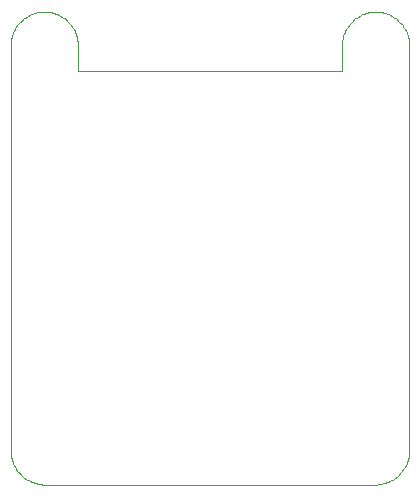
<source format=gm1>
G04 #@! TF.GenerationSoftware,KiCad,Pcbnew,8.0.6-8.0.6-0~ubuntu24.04.1*
G04 #@! TF.CreationDate,2024-11-08T14:35:49+00:00*
G04 #@! TF.ProjectId,I_Can_Solder_Badge,495f4361-6e5f-4536-9f6c-6465725f4261,rev?*
G04 #@! TF.SameCoordinates,Original*
G04 #@! TF.FileFunction,Profile,NP*
%FSLAX46Y46*%
G04 Gerber Fmt 4.6, Leading zero omitted, Abs format (unit mm)*
G04 Created by KiCad (PCBNEW 8.0.6-8.0.6-0~ubuntu24.04.1) date 2024-11-08 14:35:49*
%MOMM*%
%LPD*%
G01*
G04 APERTURE LIST*
G04 #@! TA.AperFunction,Profile*
%ADD10C,0.100000*%
G04 #@! TD*
G04 APERTURE END LIST*
D10*
X154974024Y-50690184D02*
X155119020Y-50701143D01*
X155261863Y-50719192D01*
X155402375Y-50744154D01*
X155540381Y-50775855D01*
X155675705Y-50814117D01*
X155808169Y-50858764D01*
X155937599Y-50909620D01*
X156063816Y-50966508D01*
X156186646Y-51029252D01*
X156305912Y-51097676D01*
X156421438Y-51171603D01*
X156533046Y-51250858D01*
X156640562Y-51335264D01*
X156743808Y-51424644D01*
X156842609Y-51518823D01*
X156936787Y-51617623D01*
X157026168Y-51720870D01*
X157110573Y-51828385D01*
X157189828Y-51939994D01*
X157263756Y-52055519D01*
X157332180Y-52174785D01*
X157394924Y-52297615D01*
X157451812Y-52423833D01*
X157502668Y-52553262D01*
X157547314Y-52685727D01*
X157585576Y-52821050D01*
X157617277Y-52959056D01*
X157642240Y-53099568D01*
X157660289Y-53242411D01*
X157671247Y-53387407D01*
X157674939Y-53534380D01*
X157674939Y-87803088D01*
X157671166Y-87953290D01*
X157659967Y-88101471D01*
X157641522Y-88247451D01*
X157616011Y-88391050D01*
X157583615Y-88532087D01*
X157544514Y-88670382D01*
X157498887Y-88805756D01*
X157446915Y-88938027D01*
X157388778Y-89067017D01*
X157324657Y-89192544D01*
X157254731Y-89314429D01*
X157179181Y-89432490D01*
X157098187Y-89546550D01*
X157011928Y-89656426D01*
X156920586Y-89761938D01*
X156824340Y-89862908D01*
X156723371Y-89959154D01*
X156617858Y-90050496D01*
X156507982Y-90136755D01*
X156393923Y-90217749D01*
X156275861Y-90293299D01*
X156153977Y-90363225D01*
X156028450Y-90427347D01*
X155899461Y-90485483D01*
X155767189Y-90537455D01*
X155631816Y-90583082D01*
X155493521Y-90622184D01*
X155352484Y-90654580D01*
X155208886Y-90680090D01*
X155062906Y-90698536D01*
X154914725Y-90709735D01*
X154764524Y-90713508D01*
X126835478Y-90713508D01*
X126685276Y-90709735D01*
X126537095Y-90698536D01*
X126391115Y-90680090D01*
X126247517Y-90654580D01*
X126106480Y-90622184D01*
X125968184Y-90583082D01*
X125832811Y-90537455D01*
X125700539Y-90485483D01*
X125571550Y-90427347D01*
X125446023Y-90363225D01*
X125324139Y-90293299D01*
X125206077Y-90217749D01*
X125092018Y-90136755D01*
X124982142Y-90050496D01*
X124876629Y-89959154D01*
X124775660Y-89862908D01*
X124679414Y-89761938D01*
X124588072Y-89656426D01*
X124501813Y-89546550D01*
X124420819Y-89432490D01*
X124345269Y-89314429D01*
X124275343Y-89192544D01*
X124211222Y-89067017D01*
X124153085Y-88938027D01*
X124101113Y-88805756D01*
X124055486Y-88670382D01*
X124016385Y-88532087D01*
X123983989Y-88391050D01*
X123958478Y-88247451D01*
X123940033Y-88101471D01*
X123928834Y-87953290D01*
X123925061Y-87803088D01*
X123925061Y-53534380D01*
X123928752Y-53387407D01*
X123939706Y-53242411D01*
X123957748Y-53099568D01*
X123982701Y-52959056D01*
X124014390Y-52821050D01*
X124052638Y-52685727D01*
X124097269Y-52553262D01*
X124148108Y-52423833D01*
X124204977Y-52297615D01*
X124267701Y-52174785D01*
X124336104Y-52055519D01*
X124410009Y-51939994D01*
X124489241Y-51828385D01*
X124573623Y-51720870D01*
X124662979Y-51617623D01*
X124757133Y-51518823D01*
X124855910Y-51424644D01*
X124959132Y-51335264D01*
X125066624Y-51250858D01*
X125178209Y-51171603D01*
X125293712Y-51097676D01*
X125412957Y-51029252D01*
X125535767Y-50966508D01*
X125661966Y-50909620D01*
X125791378Y-50858764D01*
X125923826Y-50814117D01*
X126059136Y-50775855D01*
X126197131Y-50744154D01*
X126337633Y-50719192D01*
X126480469Y-50701143D01*
X126625461Y-50690184D01*
X126772433Y-50686492D01*
X126919406Y-50690184D01*
X127064402Y-50701143D01*
X127207244Y-50719192D01*
X127347757Y-50744154D01*
X127485763Y-50775855D01*
X127621086Y-50814117D01*
X127753551Y-50858764D01*
X127882980Y-50909620D01*
X128009198Y-50966508D01*
X128132028Y-51029252D01*
X128251294Y-51097676D01*
X128366819Y-51171603D01*
X128478427Y-51250858D01*
X128585943Y-51335264D01*
X128689189Y-51424644D01*
X128787990Y-51518823D01*
X128882168Y-51617623D01*
X128971549Y-51720870D01*
X129055954Y-51828385D01*
X129135209Y-51939994D01*
X129209137Y-52055519D01*
X129277561Y-52174785D01*
X129340305Y-52297615D01*
X129397193Y-52423833D01*
X129448049Y-52553262D01*
X129492696Y-52685727D01*
X129530958Y-52821050D01*
X129562658Y-52959056D01*
X129587621Y-53099568D01*
X129605670Y-53242411D01*
X129616628Y-53387407D01*
X129620321Y-53534380D01*
X129620321Y-55713058D01*
X151979680Y-55713058D01*
X151979680Y-53534380D01*
X151983371Y-53387407D01*
X151994325Y-53242411D01*
X152012367Y-53099568D01*
X152037321Y-52959056D01*
X152069009Y-52821050D01*
X152107257Y-52685727D01*
X152151889Y-52553262D01*
X152202727Y-52423833D01*
X152259596Y-52297615D01*
X152322320Y-52174785D01*
X152390723Y-52055519D01*
X152464628Y-51939994D01*
X152543860Y-51828385D01*
X152628242Y-51720870D01*
X152717598Y-51617623D01*
X152811752Y-51518823D01*
X152910529Y-51424644D01*
X153013751Y-51335264D01*
X153121243Y-51250858D01*
X153232828Y-51171603D01*
X153348331Y-51097676D01*
X153467576Y-51029252D01*
X153590385Y-50966508D01*
X153716584Y-50909620D01*
X153845996Y-50858764D01*
X153978445Y-50814117D01*
X154113754Y-50775855D01*
X154251749Y-50744154D01*
X154392252Y-50719192D01*
X154535087Y-50701143D01*
X154680079Y-50690184D01*
X154827050Y-50686492D01*
X154974024Y-50690184D01*
M02*

</source>
